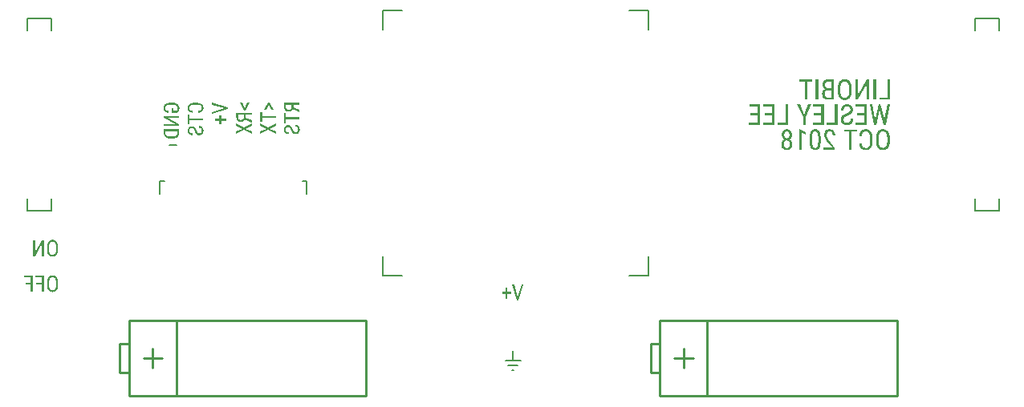
<source format=gbo>
G04*
G04 #@! TF.GenerationSoftware,Altium Limited,Altium Designer,18.0.7 (293)*
G04*
G04 Layer_Color=32896*
%FSLAX25Y25*%
%MOIN*%
G70*
G01*
G75*
%ADD10C,0.00984*%
%ADD12C,0.00591*%
%ADD15C,0.00787*%
G36*
X105444Y139568D02*
X104804D01*
X103151Y142717D01*
X103987D01*
X105109Y140345D01*
X106260Y142717D01*
X107097D01*
X105444Y139568D01*
D02*
G37*
G36*
X107953Y137698D02*
X105375D01*
Y136576D01*
X107953Y135445D01*
Y134589D01*
X107904D01*
X105198Y135819D01*
X105099Y135651D01*
X105001Y135504D01*
X104893Y135376D01*
X104784Y135268D01*
X104686Y135189D01*
X104607Y135130D01*
X104558Y135090D01*
X104538Y135081D01*
X104371Y134992D01*
X104194Y134933D01*
X104017Y134884D01*
X103859Y134854D01*
X103712Y134835D01*
X103603Y134825D01*
X103564D01*
X103535D01*
X103515D01*
X103505D01*
X103338Y134835D01*
X103171Y134845D01*
X103023Y134864D01*
X102885Y134904D01*
X102757Y134933D01*
X102639Y134973D01*
X102541Y135022D01*
X102442Y135061D01*
X102354Y135110D01*
X102285Y135150D01*
X102216Y135199D01*
X102167Y135228D01*
X102128Y135258D01*
X102098Y135287D01*
X102088Y135297D01*
X102078Y135307D01*
X101990Y135396D01*
X101911Y135504D01*
X101852Y135612D01*
X101793Y135730D01*
X101704Y135957D01*
X101645Y136183D01*
X101616Y136389D01*
X101596Y136478D01*
Y136557D01*
X101586Y136626D01*
Y138505D01*
X107953D01*
Y137698D01*
D02*
G37*
G36*
Y133191D02*
X105473Y131961D01*
X107953Y130741D01*
Y129787D01*
X104745Y131479D01*
X101586Y129826D01*
Y130761D01*
X104027Y131961D01*
X101586Y133172D01*
Y134107D01*
X104745Y132434D01*
X107953Y134136D01*
Y133191D01*
D02*
G37*
G36*
X218888Y60630D02*
X218190D01*
X216202Y66996D01*
X217088D01*
X218544Y61850D01*
X219990Y66996D01*
X220866D01*
X218888Y60630D01*
D02*
G37*
G36*
X214205Y64044D02*
X215651D01*
Y63277D01*
X214205D01*
Y61260D01*
X213427D01*
Y63277D01*
X211981D01*
Y64044D01*
X213427D01*
Y65894D01*
X214205D01*
Y64044D01*
D02*
G37*
G36*
X364385Y143995D02*
X363310D01*
Y150528D01*
X359911Y143995D01*
X358836D01*
Y152483D01*
X359898D01*
Y145910D01*
X363310Y152483D01*
X364385D01*
Y143995D01*
D02*
G37*
G36*
X373031D02*
X368623D01*
Y144913D01*
X371956D01*
Y152483D01*
X373031D01*
Y143995D01*
D02*
G37*
G36*
X367311D02*
X366248D01*
Y152483D01*
X367311D01*
Y143995D01*
D02*
G37*
G36*
X349835D02*
X347329D01*
X347119Y144008D01*
X346923Y144021D01*
X346568Y144100D01*
X346398Y144139D01*
X346254Y144205D01*
X346122Y144257D01*
X346004Y144323D01*
X345899Y144375D01*
X345808Y144441D01*
X345729Y144493D01*
X345663Y144533D01*
X345611Y144585D01*
X345571Y144611D01*
X345558Y144624D01*
X345545Y144638D01*
X345440Y144769D01*
X345335Y144900D01*
X345178Y145202D01*
X345073Y145490D01*
X344994Y145779D01*
X344942Y146041D01*
X344929Y146146D01*
Y146251D01*
X344915Y146330D01*
Y146382D01*
Y146422D01*
Y146435D01*
X344929Y146711D01*
X344968Y146960D01*
X345020Y147183D01*
X345086Y147366D01*
X345151Y147524D01*
X345204Y147642D01*
X345243Y147708D01*
X345256Y147734D01*
X345388Y147917D01*
X345545Y148075D01*
X345703Y148206D01*
X345847Y148298D01*
X345978Y148377D01*
X346096Y148416D01*
X346162Y148442D01*
X346175Y148455D01*
X346188D01*
X346004Y148560D01*
X345847Y148679D01*
X345716Y148797D01*
X345598Y148915D01*
X345506Y149006D01*
X345440Y149085D01*
X345401Y149151D01*
X345388Y149164D01*
X345283Y149348D01*
X345217Y149518D01*
X345165Y149702D01*
X345125Y149859D01*
X345099Y150004D01*
X345086Y150109D01*
Y150187D01*
Y150214D01*
Y150423D01*
X345112Y150607D01*
X345138Y150791D01*
X345178Y150948D01*
X345217Y151106D01*
X345270Y151250D01*
X345322Y151368D01*
X345374Y151486D01*
X345440Y151578D01*
X345493Y151670D01*
X345545Y151735D01*
X345585Y151801D01*
X345624Y151840D01*
X345650Y151880D01*
X345663Y151906D01*
X345676D01*
X345794Y152011D01*
X345913Y152103D01*
X346188Y152234D01*
X346477Y152339D01*
X346752Y152418D01*
X347014Y152457D01*
X347119Y152470D01*
X347224D01*
X347303Y152483D01*
X349835D01*
Y143995D01*
D02*
G37*
G36*
X343275Y143995D02*
X342213D01*
Y152483D01*
X343275D01*
Y143995D01*
D02*
G37*
G36*
X340914Y151565D02*
X338683D01*
Y143995D01*
X337621D01*
Y151565D01*
X335390D01*
Y152483D01*
X340914D01*
Y151565D01*
D02*
G37*
G36*
X354572Y152588D02*
X354795Y152562D01*
X355018Y152509D01*
X355228Y152444D01*
X355411Y152378D01*
X355582Y152300D01*
X355739Y152208D01*
X355884Y152116D01*
X356015Y152024D01*
X356120Y151932D01*
X356212Y151854D01*
X356290Y151788D01*
X356356Y151722D01*
X356395Y151670D01*
X356422Y151644D01*
X356435Y151630D01*
X356566Y151447D01*
X356684Y151237D01*
X356776Y151027D01*
X356868Y150804D01*
X356933Y150581D01*
X356999Y150358D01*
X357091Y149938D01*
X357117Y149741D01*
X357143Y149557D01*
X357156Y149387D01*
X357169Y149243D01*
X357183Y149125D01*
Y149046D01*
Y148980D01*
Y148967D01*
Y147366D01*
X357169Y147065D01*
X357143Y146776D01*
X357104Y146514D01*
X357051Y146264D01*
X356986Y146028D01*
X356920Y145818D01*
X356855Y145622D01*
X356776Y145451D01*
X356710Y145293D01*
X356631Y145162D01*
X356566Y145044D01*
X356513Y144952D01*
X356461Y144874D01*
X356422Y144821D01*
X356409Y144795D01*
X356395Y144782D01*
X356251Y144624D01*
X356094Y144480D01*
X355923Y144362D01*
X355752Y144257D01*
X355582Y144165D01*
X355398Y144100D01*
X355241Y144034D01*
X355070Y143995D01*
X354913Y143955D01*
X354782Y143929D01*
X354650Y143903D01*
X354532Y143890D01*
X354454Y143877D01*
X354322D01*
X354073Y143890D01*
X353837Y143916D01*
X353627Y143968D01*
X353417Y144021D01*
X353233Y144087D01*
X353063Y144165D01*
X352905Y144257D01*
X352761Y144349D01*
X352630Y144428D01*
X352525Y144519D01*
X352433Y144598D01*
X352354Y144664D01*
X352302Y144716D01*
X352262Y144769D01*
X352236Y144795D01*
X352223Y144808D01*
X352092Y144992D01*
X351974Y145189D01*
X351882Y145412D01*
X351790Y145622D01*
X351712Y145845D01*
X351659Y146068D01*
X351567Y146501D01*
X351541Y146697D01*
X351515Y146881D01*
X351502Y147052D01*
X351488Y147196D01*
X351475Y147314D01*
Y147406D01*
Y147471D01*
Y147485D01*
Y149033D01*
X351488Y149348D01*
X351515Y149636D01*
X351554Y149912D01*
X351593Y150174D01*
X351659Y150410D01*
X351725Y150620D01*
X351790Y150817D01*
X351856Y151001D01*
X351935Y151158D01*
X352000Y151289D01*
X352066Y151407D01*
X352118Y151499D01*
X352171Y151578D01*
X352210Y151630D01*
X352223Y151657D01*
X352236Y151670D01*
X352381Y151840D01*
X352538Y151972D01*
X352709Y152103D01*
X352879Y152208D01*
X353050Y152300D01*
X353220Y152378D01*
X353391Y152431D01*
X353561Y152483D01*
X353719Y152523D01*
X353863Y152549D01*
X353994Y152575D01*
X354099Y152588D01*
X354191Y152601D01*
X354322D01*
X354572Y152588D01*
D02*
G37*
G36*
X338054Y136734D02*
Y133572D01*
X336991D01*
Y136734D01*
X334577Y142061D01*
X335784D01*
X337516Y137797D01*
X339261Y142061D01*
X340468D01*
X338054Y136734D01*
D02*
G37*
G36*
X371352Y133572D02*
X370381D01*
X368912Y139752D01*
X368820Y140250D01*
X368728Y139752D01*
X367311Y133572D01*
X366353D01*
X364661Y142061D01*
X365737D01*
X366773Y136249D01*
X366891Y135265D01*
X367062Y136130D01*
X368374Y142061D01*
X369266D01*
X370631Y136130D01*
X370801Y135291D01*
X370906Y136235D01*
X371969Y142061D01*
X373031D01*
X371352Y133572D01*
D02*
G37*
G36*
X363441D02*
X358875D01*
Y134491D01*
X362365D01*
Y137495D01*
X359374D01*
Y138413D01*
X362365D01*
Y141142D01*
X358927D01*
Y142061D01*
X363441D01*
Y133572D01*
D02*
G37*
G36*
X351331D02*
X346923D01*
Y134491D01*
X350255D01*
Y142061D01*
X351331D01*
Y133572D01*
D02*
G37*
G36*
X345663D02*
X341097Y133572D01*
Y134491D01*
X344587Y134491D01*
Y137495D01*
X341596Y137495D01*
Y138413D01*
X344587Y138413D01*
Y141142D01*
X341150Y141142D01*
Y142061D01*
X345663Y142061D01*
Y133572D01*
D02*
G37*
G36*
X330746Y133572D02*
X326337D01*
Y134491D01*
X329670D01*
Y142061D01*
X330746D01*
Y133572D01*
D02*
G37*
G36*
X325078D02*
X320512D01*
Y134491D01*
X324002D01*
Y137495D01*
X321011D01*
Y138413D01*
X324002D01*
Y141142D01*
X320565D01*
Y142061D01*
X325078D01*
Y133572D01*
D02*
G37*
G36*
X319148D02*
X314582D01*
Y134491D01*
X318072D01*
Y137495D01*
X315080D01*
Y138413D01*
X318072D01*
Y141142D01*
X314634D01*
Y142061D01*
X319148D01*
Y133572D01*
D02*
G37*
G36*
X355464Y142166D02*
X355661Y142153D01*
X356002Y142074D01*
X356304Y141969D01*
X356566Y141851D01*
X356671Y141785D01*
X356763Y141733D01*
X356841Y141680D01*
X356920Y141628D01*
X356973Y141588D01*
X357012Y141549D01*
X357025Y141536D01*
X357038Y141523D01*
X357156Y141392D01*
X357261Y141260D01*
X357353Y141129D01*
X357419Y140985D01*
X357550Y140709D01*
X357629Y140447D01*
X357668Y140211D01*
X357681Y140106D01*
X357694Y140027D01*
X357707Y139948D01*
Y139896D01*
Y139870D01*
Y139857D01*
X357694Y139647D01*
X357668Y139450D01*
X357629Y139279D01*
X357589Y139122D01*
X357550Y138991D01*
X357510Y138899D01*
X357484Y138846D01*
X357471Y138820D01*
X357366Y138663D01*
X357261Y138505D01*
X357143Y138374D01*
X357025Y138256D01*
X356920Y138151D01*
X356841Y138085D01*
X356789Y138033D01*
X356763Y138020D01*
X356566Y137889D01*
X356356Y137770D01*
X356120Y137652D01*
X355897Y137548D01*
X355700Y137456D01*
X355621Y137429D01*
X355542Y137390D01*
X355477Y137377D01*
X355438Y137351D01*
X355411Y137338D01*
X355398D01*
X355241Y137285D01*
X355083Y137220D01*
X354821Y137101D01*
X354611Y136996D01*
X354440Y136891D01*
X354309Y136813D01*
X354217Y136734D01*
X354165Y136695D01*
X354152Y136681D01*
X354034Y136550D01*
X353942Y136393D01*
X353889Y136235D01*
X353837Y136078D01*
X353811Y135934D01*
X353798Y135816D01*
Y135737D01*
Y135724D01*
Y135711D01*
X353811Y135488D01*
X353850Y135291D01*
X353916Y135133D01*
X353981Y134989D01*
X354047Y134871D01*
X354113Y134792D01*
X354152Y134740D01*
X354165Y134727D01*
X354309Y134609D01*
X354480Y134517D01*
X354650Y134464D01*
X354821Y134412D01*
X354978Y134386D01*
X355097Y134372D01*
X355215D01*
X355490Y134386D01*
X355726Y134438D01*
X355936Y134504D01*
X356107Y134596D01*
X356238Y134674D01*
X356343Y134740D01*
X356395Y134792D01*
X356422Y134805D01*
X356566Y134989D01*
X356671Y135173D01*
X356750Y135383D01*
X356802Y135580D01*
X356828Y135750D01*
X356841Y135894D01*
X356855Y135947D01*
Y135986D01*
Y136012D01*
Y136026D01*
X357930D01*
X357917Y135750D01*
X357878Y135488D01*
X357812Y135265D01*
X357747Y135068D01*
X357694Y134897D01*
X357629Y134779D01*
X357589Y134700D01*
X357576Y134687D01*
Y134674D01*
X357432Y134464D01*
X357261Y134294D01*
X357104Y134136D01*
X356946Y134005D01*
X356802Y133900D01*
X356697Y133835D01*
X356618Y133782D01*
X356605Y133769D01*
X356592D01*
X356356Y133664D01*
X356107Y133585D01*
X355884Y133533D01*
X355661Y133493D01*
X355490Y133467D01*
X355346Y133454D01*
X355215D01*
X355005Y133467D01*
X354808Y133480D01*
X354440Y133546D01*
X354126Y133651D01*
X353994Y133703D01*
X353863Y133769D01*
X353758Y133821D01*
X353666Y133874D01*
X353574Y133926D01*
X353509Y133979D01*
X353456Y134018D01*
X353417Y134044D01*
X353404Y134071D01*
X353391D01*
X353273Y134189D01*
X353168Y134320D01*
X353076Y134451D01*
X352997Y134596D01*
X352879Y134871D01*
X352800Y135133D01*
X352761Y135370D01*
X352748Y135461D01*
X352735Y135553D01*
X352722Y135619D01*
Y135684D01*
Y135711D01*
Y135724D01*
X352748Y136078D01*
X352800Y136393D01*
X352892Y136655D01*
X352984Y136891D01*
X353089Y137075D01*
X353181Y137206D01*
X353207Y137246D01*
X353233Y137285D01*
X353260Y137298D01*
Y137311D01*
X353365Y137416D01*
X353496Y137534D01*
X353771Y137731D01*
X354060Y137902D01*
X354362Y138046D01*
X354624Y138164D01*
X354742Y138217D01*
X354847Y138256D01*
X354939Y138295D01*
X355005Y138322D01*
X355044Y138335D01*
X355057D01*
X355333Y138440D01*
X355582Y138558D01*
X355792Y138663D01*
X355949Y138754D01*
X356081Y138846D01*
X356172Y138912D01*
X356238Y138964D01*
X356251Y138978D01*
X356382Y139122D01*
X356474Y139279D01*
X356540Y139424D01*
X356579Y139568D01*
X356605Y139699D01*
X356631Y139791D01*
Y139857D01*
Y139883D01*
X356618Y140106D01*
X356579Y140316D01*
X356513Y140486D01*
X356448Y140631D01*
X356395Y140749D01*
X356330Y140828D01*
X356290Y140880D01*
X356277Y140893D01*
X356133Y141011D01*
X355976Y141103D01*
X355805Y141169D01*
X355634Y141221D01*
X355490Y141247D01*
X355372Y141260D01*
X355267D01*
X355018Y141247D01*
X354795Y141195D01*
X354611Y141129D01*
X354454Y141051D01*
X354335Y140959D01*
X354244Y140893D01*
X354191Y140841D01*
X354178Y140828D01*
X354047Y140657D01*
X353955Y140460D01*
X353889Y140250D01*
X353850Y140053D01*
X353811Y139883D01*
X353798Y139739D01*
Y139686D01*
Y139647D01*
Y139620D01*
Y139607D01*
X352735D01*
X352748Y139870D01*
X352787Y140106D01*
X352840Y140329D01*
X352892Y140526D01*
X352945Y140683D01*
X352997Y140801D01*
X353037Y140880D01*
X353050Y140906D01*
X353181Y141116D01*
X353325Y141313D01*
X353470Y141470D01*
X353614Y141602D01*
X353745Y141707D01*
X353850Y141772D01*
X353916Y141825D01*
X353929Y141838D01*
X353942D01*
X354165Y141956D01*
X354388Y142034D01*
X354611Y142100D01*
X354821Y142139D01*
X355005Y142166D01*
X355136Y142179D01*
X355267D01*
X355464Y142166D01*
D02*
G37*
G36*
X338158Y130523D02*
Y129539D01*
X336374Y130326D01*
Y123150D01*
X335338D01*
Y131678D01*
X335508D01*
X338158Y130523D01*
D02*
G37*
G36*
X348143Y131743D02*
X348340Y131730D01*
X348681Y131638D01*
X348983Y131520D01*
X349232Y131389D01*
X349337Y131323D01*
X349429Y131258D01*
X349507Y131192D01*
X349573Y131140D01*
X349625Y131087D01*
X349665Y131048D01*
X349678Y131035D01*
X349691Y131022D01*
X349809Y130877D01*
X349901Y130733D01*
X349993Y130576D01*
X350058Y130418D01*
X350177Y130103D01*
X350255Y129801D01*
X350281Y129670D01*
X350294Y129539D01*
X350308Y129421D01*
X350321Y129329D01*
X350334Y129250D01*
Y129185D01*
Y129145D01*
Y129132D01*
X349297D01*
X349284Y129434D01*
X349245Y129683D01*
X349179Y129906D01*
X349114Y130090D01*
X349061Y130234D01*
X348996Y130339D01*
X348956Y130392D01*
X348943Y130418D01*
X348799Y130562D01*
X348641Y130681D01*
X348471Y130759D01*
X348313Y130812D01*
X348169Y130838D01*
X348051Y130864D01*
X347946D01*
X347762Y130851D01*
X347605Y130798D01*
X347461Y130733D01*
X347342Y130654D01*
X347251Y130576D01*
X347172Y130510D01*
X347133Y130457D01*
X347119Y130444D01*
X347014Y130274D01*
X346936Y130090D01*
X346883Y129906D01*
X346844Y129736D01*
X346818Y129578D01*
X346805Y129460D01*
Y129408D01*
Y129368D01*
Y129355D01*
Y129342D01*
X346818Y129145D01*
X346831Y128962D01*
X346870Y128791D01*
X346910Y128647D01*
X346949Y128516D01*
X346975Y128411D01*
X347001Y128358D01*
X347014Y128332D01*
X347106Y128148D01*
X347224Y127938D01*
X347342Y127742D01*
X347474Y127558D01*
X347592Y127387D01*
X347684Y127243D01*
X347723Y127190D01*
X347749Y127164D01*
X347762Y127138D01*
X347776Y127125D01*
X350203Y123924D01*
Y123150D01*
X345453D01*
Y124029D01*
X348969D01*
X347080Y126495D01*
X346844Y126810D01*
X346647Y127112D01*
X346477Y127414D01*
X346319Y127689D01*
X346188Y127952D01*
X346083Y128188D01*
X346004Y128424D01*
X345926Y128634D01*
X345873Y128817D01*
X345834Y128988D01*
X345808Y129132D01*
X345794Y129250D01*
X345781Y129342D01*
X345768Y129421D01*
Y129460D01*
Y129473D01*
Y129657D01*
X345794Y129841D01*
X345860Y130169D01*
X345952Y130457D01*
X346057Y130694D01*
X346175Y130877D01*
X346227Y130956D01*
X346267Y131009D01*
X346306Y131061D01*
X346332Y131100D01*
X346345Y131113D01*
X346358Y131126D01*
X346477Y131231D01*
X346595Y131336D01*
X346844Y131494D01*
X347119Y131599D01*
X347369Y131678D01*
X347592Y131730D01*
X347697Y131743D01*
X347776D01*
X347854Y131756D01*
X347946D01*
X348143Y131743D01*
D02*
G37*
G36*
X363244D02*
X363467Y131717D01*
X363690Y131665D01*
X363887Y131599D01*
X364084Y131533D01*
X364254Y131455D01*
X364412Y131363D01*
X364556Y131271D01*
X364674Y131179D01*
X364792Y131087D01*
X364884Y131009D01*
X364963Y130943D01*
X365028Y130877D01*
X365068Y130825D01*
X365094Y130798D01*
X365107Y130785D01*
X365238Y130602D01*
X365356Y130405D01*
X365461Y130195D01*
X365540Y129972D01*
X365619Y129762D01*
X365684Y129539D01*
X365776Y129119D01*
X365802Y128922D01*
X365829Y128752D01*
X365842Y128581D01*
X365855Y128450D01*
X365868Y128332D01*
Y128253D01*
Y128188D01*
Y128174D01*
Y126626D01*
X365855Y126325D01*
X365842Y126036D01*
X365802Y125774D01*
X365750Y125524D01*
X365697Y125288D01*
X365632Y125065D01*
X365566Y124868D01*
X365488Y124698D01*
X365422Y124540D01*
X365356Y124396D01*
X365291Y124278D01*
X365238Y124186D01*
X365186Y124107D01*
X365146Y124042D01*
X365133Y124015D01*
X365120Y124002D01*
X364976Y123832D01*
X364818Y123688D01*
X364648Y123556D01*
X364490Y123438D01*
X364320Y123346D01*
X364149Y123268D01*
X363979Y123202D01*
X363821Y123150D01*
X363677Y123110D01*
X363533Y123084D01*
X363401Y123058D01*
X363297Y123045D01*
X363205D01*
X363139Y123031D01*
X363087D01*
X362850Y123045D01*
X362641Y123058D01*
X362444Y123097D01*
X362247Y123150D01*
X362076Y123202D01*
X361919Y123255D01*
X361761Y123320D01*
X361630Y123399D01*
X361525Y123465D01*
X361420Y123530D01*
X361329Y123582D01*
X361263Y123635D01*
X361197Y123688D01*
X361158Y123727D01*
X361145Y123740D01*
X361132Y123753D01*
X361000Y123897D01*
X360895Y124055D01*
X360790Y124212D01*
X360712Y124383D01*
X360581Y124737D01*
X360476Y125065D01*
X360449Y125223D01*
X360410Y125367D01*
X360397Y125498D01*
X360384Y125616D01*
X360371Y125708D01*
X360358Y125774D01*
Y125826D01*
Y125839D01*
X361433D01*
X361460Y125642D01*
X361473Y125472D01*
X361512Y125314D01*
X361538Y125157D01*
X361578Y125026D01*
X361617Y124908D01*
X361696Y124698D01*
X361774Y124540D01*
X361827Y124435D01*
X361879Y124383D01*
X361893Y124357D01*
X362050Y124225D01*
X362234Y124120D01*
X362431Y124055D01*
X362627Y124002D01*
X362811Y123976D01*
X362968Y123963D01*
X363021Y123950D01*
X363100D01*
X363244Y123963D01*
X363388Y123976D01*
X363651Y124055D01*
X363861Y124160D01*
X364044Y124291D01*
X364176Y124422D01*
X364281Y124527D01*
X364333Y124606D01*
X364359Y124619D01*
Y124632D01*
X364438Y124763D01*
X364504Y124908D01*
X364609Y125223D01*
X364687Y125550D01*
X364740Y125879D01*
X364753Y126023D01*
X364766Y126154D01*
X364779Y126285D01*
Y126390D01*
X364792Y126482D01*
Y126548D01*
Y126587D01*
Y126600D01*
Y128161D01*
Y128398D01*
X364766Y128621D01*
X364753Y128831D01*
X364713Y129027D01*
X364687Y129211D01*
X364648Y129368D01*
X364609Y129513D01*
X364556Y129657D01*
X364517Y129775D01*
X364477Y129867D01*
X364438Y129959D01*
X364399Y130025D01*
X364372Y130090D01*
X364346Y130129D01*
X364333Y130142D01*
Y130156D01*
X364241Y130274D01*
X364136Y130379D01*
X364031Y130471D01*
X363926Y130549D01*
X363703Y130667D01*
X363480Y130759D01*
X363297Y130798D01*
X363139Y130825D01*
X363073Y130838D01*
X362995D01*
X362732Y130825D01*
X362509Y130772D01*
X362313Y130694D01*
X362155Y130615D01*
X362037Y130536D01*
X361945Y130457D01*
X361893Y130405D01*
X361879Y130392D01*
X361814Y130300D01*
X361748Y130195D01*
X361656Y129972D01*
X361578Y129723D01*
X361512Y129487D01*
X361473Y129263D01*
X361460Y129158D01*
X361446Y129080D01*
Y129014D01*
X361433Y128949D01*
Y128922D01*
Y128909D01*
X360358D01*
X360371Y129158D01*
X360410Y129395D01*
X360449Y129605D01*
X360489Y129815D01*
X360554Y129998D01*
X360607Y130169D01*
X360672Y130326D01*
X360738Y130471D01*
X360804Y130602D01*
X360869Y130707D01*
X360935Y130798D01*
X360987Y130877D01*
X361027Y130930D01*
X361066Y130969D01*
X361079Y130995D01*
X361092Y131009D01*
X361224Y131140D01*
X361368Y131258D01*
X361512Y131350D01*
X361670Y131441D01*
X361827Y131520D01*
X361984Y131573D01*
X362299Y131665D01*
X362575Y131717D01*
X362693Y131730D01*
X362785Y131743D01*
X362877Y131756D01*
X362995D01*
X363244Y131743D01*
D02*
G37*
G36*
X359478Y130720D02*
X357248D01*
Y123150D01*
X356185D01*
Y130720D01*
X353955D01*
Y131638D01*
X359478D01*
Y130720D01*
D02*
G37*
G36*
X370421Y131743D02*
X370644Y131717D01*
X370867Y131665D01*
X371077Y131599D01*
X371260Y131533D01*
X371431Y131455D01*
X371588Y131363D01*
X371733Y131271D01*
X371864Y131179D01*
X371969Y131087D01*
X372061Y131009D01*
X372139Y130943D01*
X372205Y130877D01*
X372244Y130825D01*
X372270Y130798D01*
X372284Y130785D01*
X372415Y130602D01*
X372533Y130392D01*
X372625Y130182D01*
X372717Y129959D01*
X372782Y129736D01*
X372848Y129513D01*
X372940Y129093D01*
X372966Y128896D01*
X372992Y128712D01*
X373005Y128542D01*
X373018Y128398D01*
X373031Y128279D01*
Y128201D01*
Y128135D01*
Y128122D01*
Y126521D01*
X373018Y126220D01*
X372992Y125931D01*
X372953Y125669D01*
X372900Y125419D01*
X372835Y125183D01*
X372769Y124973D01*
X372704Y124776D01*
X372625Y124606D01*
X372559Y124449D01*
X372481Y124317D01*
X372415Y124199D01*
X372362Y124107D01*
X372310Y124029D01*
X372270Y123976D01*
X372257Y123950D01*
X372244Y123937D01*
X372100Y123779D01*
X371942Y123635D01*
X371772Y123517D01*
X371601Y123412D01*
X371431Y123320D01*
X371247Y123255D01*
X371090Y123189D01*
X370919Y123150D01*
X370762Y123110D01*
X370631Y123084D01*
X370499Y123058D01*
X370381Y123045D01*
X370303Y123031D01*
X370171D01*
X369922Y123045D01*
X369686Y123071D01*
X369476Y123123D01*
X369266Y123176D01*
X369082Y123241D01*
X368912Y123320D01*
X368754Y123412D01*
X368610Y123504D01*
X368479Y123582D01*
X368374Y123674D01*
X368282Y123753D01*
X368203Y123819D01*
X368151Y123871D01*
X368111Y123924D01*
X368085Y123950D01*
X368072Y123963D01*
X367941Y124147D01*
X367823Y124344D01*
X367731Y124566D01*
X367639Y124776D01*
X367561Y124999D01*
X367508Y125223D01*
X367416Y125655D01*
X367390Y125852D01*
X367364Y126036D01*
X367351Y126207D01*
X367337Y126351D01*
X367324Y126469D01*
Y126561D01*
Y126626D01*
Y126639D01*
Y128188D01*
X367337Y128503D01*
X367364Y128791D01*
X367403Y129067D01*
X367442Y129329D01*
X367508Y129565D01*
X367574Y129775D01*
X367639Y129972D01*
X367705Y130156D01*
X367783Y130313D01*
X367849Y130444D01*
X367915Y130562D01*
X367967Y130654D01*
X368020Y130733D01*
X368059Y130785D01*
X368072Y130812D01*
X368085Y130825D01*
X368230Y130995D01*
X368387Y131126D01*
X368558Y131258D01*
X368728Y131363D01*
X368899Y131455D01*
X369069Y131533D01*
X369240Y131586D01*
X369410Y131638D01*
X369568Y131678D01*
X369712Y131704D01*
X369843Y131730D01*
X369948Y131743D01*
X370040Y131756D01*
X370171D01*
X370421Y131743D01*
D02*
G37*
G36*
X342265Y131743D02*
X342462Y131717D01*
X342646Y131678D01*
X342803Y131612D01*
X342961Y131546D01*
X343105Y131468D01*
X343223Y131389D01*
X343341Y131297D01*
X343446Y131218D01*
X343525Y131126D01*
X343603Y131048D01*
X343656Y130982D01*
X343708Y130917D01*
X343735Y130877D01*
X343748Y130851D01*
X343761Y130838D01*
X343853Y130654D01*
X343945Y130457D01*
X344010Y130234D01*
X344076Y130011D01*
X344181Y129552D01*
X344246Y129106D01*
X344259Y128896D01*
X344286Y128699D01*
X344299Y128516D01*
Y128358D01*
X344312Y128240D01*
Y128135D01*
Y128083D01*
Y128056D01*
Y126600D01*
X344299Y126272D01*
X344286Y125970D01*
X344259Y125695D01*
X344220Y125432D01*
X344167Y125183D01*
X344128Y124973D01*
X344076Y124776D01*
X344023Y124593D01*
X343971Y124435D01*
X343918Y124304D01*
X343866Y124186D01*
X343826Y124094D01*
X343787Y124015D01*
X343761Y123963D01*
X343735Y123937D01*
Y123924D01*
X343617Y123766D01*
X343498Y123635D01*
X343367Y123517D01*
X343236Y123412D01*
X343092Y123320D01*
X342947Y123255D01*
X342672Y123150D01*
X342423Y123084D01*
X342318Y123058D01*
X342226Y123045D01*
X342147Y123031D01*
X342042D01*
X341832Y123045D01*
X341622Y123071D01*
X341439Y123110D01*
X341281Y123176D01*
X341124Y123241D01*
X340979Y123320D01*
X340848Y123412D01*
X340743Y123491D01*
X340638Y123582D01*
X340560Y123661D01*
X340481Y123740D01*
X340428Y123806D01*
X340376Y123871D01*
X340350Y123910D01*
X340323Y123937D01*
Y123950D01*
X340231Y124134D01*
X340140Y124344D01*
X340061Y124553D01*
X340008Y124776D01*
X339903Y125249D01*
X339838Y125708D01*
X339812Y125918D01*
X339798Y126115D01*
X339785Y126298D01*
Y126456D01*
X339772Y126574D01*
Y126679D01*
Y126731D01*
Y126758D01*
Y128253D01*
X339785Y128568D01*
X339798Y128870D01*
X339838Y129145D01*
X339877Y129408D01*
X339917Y129644D01*
X339969Y129854D01*
X340022Y130051D01*
X340074Y130221D01*
X340126Y130379D01*
X340179Y130510D01*
X340218Y130628D01*
X340258Y130720D01*
X340297Y130785D01*
X340323Y130838D01*
X340336Y130864D01*
X340350Y130877D01*
X340455Y131035D01*
X340586Y131166D01*
X340717Y131284D01*
X340848Y131389D01*
X340992Y131468D01*
X341137Y131546D01*
X341412Y131651D01*
X341662Y131704D01*
X341767Y131730D01*
X341872Y131743D01*
X341950Y131756D01*
X342055D01*
X342265Y131743D01*
D02*
G37*
G36*
X330431D02*
X330601Y131730D01*
X330903Y131665D01*
X331166Y131560D01*
X331389Y131441D01*
X331559Y131323D01*
X331690Y131231D01*
X331769Y131153D01*
X331782Y131140D01*
X331795Y131126D01*
X331900Y131008D01*
X331979Y130877D01*
X332123Y130589D01*
X332228Y130313D01*
X332294Y130038D01*
X332346Y129801D01*
X332360Y129697D01*
Y129605D01*
X332373Y129526D01*
Y129473D01*
Y129434D01*
Y129421D01*
X332360Y129185D01*
X332333Y128975D01*
X332281Y128778D01*
X332228Y128607D01*
X332189Y128476D01*
X332137Y128371D01*
X332110Y128306D01*
X332097Y128279D01*
X331979Y128109D01*
X331861Y127952D01*
X331743Y127820D01*
X331625Y127715D01*
X331507Y127637D01*
X331428Y127571D01*
X331376Y127532D01*
X331349Y127518D01*
X331546Y127401D01*
X331717Y127269D01*
X331861Y127138D01*
X331992Y127007D01*
X332084Y126876D01*
X332163Y126784D01*
X332202Y126718D01*
X332215Y126692D01*
X332320Y126482D01*
X332399Y126259D01*
X332451Y126049D01*
X332491Y125852D01*
X332517Y125682D01*
X332530Y125550D01*
Y125498D01*
Y125459D01*
Y125446D01*
Y125432D01*
X332517Y125236D01*
X332504Y125039D01*
X332438Y124698D01*
X332333Y124396D01*
X332215Y124147D01*
X332163Y124042D01*
X332110Y123950D01*
X332058Y123871D01*
X332005Y123806D01*
X331966Y123753D01*
X331940Y123714D01*
X331913Y123701D01*
Y123688D01*
X331795Y123569D01*
X331664Y123478D01*
X331533Y123386D01*
X331389Y123307D01*
X331113Y123189D01*
X330851Y123110D01*
X330614Y123071D01*
X330523Y123058D01*
X330431Y123045D01*
X330352Y123031D01*
X330260D01*
X330077Y123045D01*
X329893Y123058D01*
X329578Y123136D01*
X329289Y123241D01*
X329053Y123360D01*
X328870Y123478D01*
X328791Y123530D01*
X328738Y123582D01*
X328686Y123622D01*
X328646Y123661D01*
X328633Y123674D01*
X328620Y123688D01*
X328515Y123819D01*
X328410Y123950D01*
X328253Y124239D01*
X328148Y124527D01*
X328069Y124803D01*
X328017Y125052D01*
X328004Y125157D01*
Y125249D01*
X327991Y125328D01*
Y125380D01*
Y125419D01*
Y125432D01*
X328004Y125682D01*
X328043Y125918D01*
X328096Y126128D01*
X328148Y126312D01*
X328214Y126456D01*
X328266Y126574D01*
X328305Y126639D01*
X328319Y126666D01*
X328450Y126863D01*
X328594Y127033D01*
X328738Y127177D01*
X328870Y127295D01*
X329001Y127401D01*
X329106Y127466D01*
X329171Y127505D01*
X329185Y127518D01*
X329198D01*
X329027Y127637D01*
X328883Y127755D01*
X328751Y127886D01*
X328646Y128004D01*
X328568Y128109D01*
X328502Y128201D01*
X328463Y128253D01*
X328450Y128279D01*
X328358Y128476D01*
X328279Y128673D01*
X328227Y128857D01*
X328201Y129041D01*
X328174Y129198D01*
X328161Y129316D01*
Y129395D01*
Y129408D01*
Y129421D01*
Y129618D01*
X328187Y129801D01*
X328253Y130142D01*
X328345Y130431D01*
X328450Y130680D01*
X328502Y130785D01*
X328555Y130877D01*
X328607Y130943D01*
X328646Y131008D01*
X328686Y131061D01*
X328712Y131100D01*
X328725Y131113D01*
X328738Y131126D01*
X328856Y131231D01*
X328975Y131336D01*
X329224Y131494D01*
X329473Y131599D01*
X329709Y131678D01*
X329932Y131730D01*
X330024Y131743D01*
X330103D01*
X330169Y131756D01*
X330260D01*
X330431Y131743D01*
D02*
G37*
G36*
X127864Y141910D02*
X125286D01*
Y140788D01*
X127864Y139656D01*
Y138800D01*
X127815D01*
X125109Y140030D01*
X125011Y139863D01*
X124912Y139715D01*
X124804Y139587D01*
X124696Y139479D01*
X124597Y139400D01*
X124519Y139341D01*
X124469Y139302D01*
X124450Y139292D01*
X124282Y139204D01*
X124105Y139145D01*
X123928Y139095D01*
X123771Y139066D01*
X123623Y139046D01*
X123515Y139036D01*
X123476D01*
X123446D01*
X123426D01*
X123416D01*
X123249Y139046D01*
X123082Y139056D01*
X122934Y139076D01*
X122797Y139115D01*
X122669Y139145D01*
X122551Y139184D01*
X122452Y139233D01*
X122354Y139272D01*
X122265Y139322D01*
X122196Y139361D01*
X122127Y139410D01*
X122078Y139440D01*
X122039Y139469D01*
X122009Y139499D01*
X122000Y139509D01*
X121990Y139518D01*
X121901Y139607D01*
X121822Y139715D01*
X121763Y139824D01*
X121704Y139942D01*
X121616Y140168D01*
X121557Y140394D01*
X121527Y140601D01*
X121508Y140690D01*
Y140768D01*
X121498Y140837D01*
Y142717D01*
X127864D01*
Y141910D01*
D02*
G37*
G36*
X122187Y136714D02*
X127864D01*
Y135917D01*
X122187D01*
Y134244D01*
X121498D01*
Y138387D01*
X122187D01*
Y136714D01*
D02*
G37*
G36*
X126231Y133605D02*
X126428Y133575D01*
X126595Y133526D01*
X126742Y133477D01*
X126870Y133437D01*
X126959Y133388D01*
X127018Y133359D01*
X127028Y133349D01*
X127038D01*
X127195Y133241D01*
X127323Y133113D01*
X127441Y132995D01*
X127540Y132877D01*
X127618Y132768D01*
X127667Y132690D01*
X127707Y132631D01*
X127717Y132621D01*
Y132611D01*
X127795Y132434D01*
X127854Y132247D01*
X127894Y132080D01*
X127923Y131912D01*
X127943Y131784D01*
X127953Y131676D01*
Y131578D01*
X127943Y131420D01*
X127933Y131273D01*
X127884Y130997D01*
X127805Y130761D01*
X127766Y130663D01*
X127717Y130564D01*
X127677Y130485D01*
X127638Y130417D01*
X127599Y130348D01*
X127559Y130298D01*
X127530Y130259D01*
X127510Y130230D01*
X127490Y130220D01*
Y130210D01*
X127402Y130121D01*
X127303Y130043D01*
X127205Y129974D01*
X127097Y129915D01*
X126890Y129826D01*
X126693Y129767D01*
X126516Y129738D01*
X126447Y129728D01*
X126378Y129718D01*
X126329Y129708D01*
X126280D01*
X126260D01*
X126250D01*
X125985Y129728D01*
X125749Y129767D01*
X125552Y129836D01*
X125375Y129905D01*
X125237Y129984D01*
X125138Y130052D01*
X125109Y130072D01*
X125080Y130092D01*
X125070Y130112D01*
X125060D01*
X124981Y130190D01*
X124892Y130289D01*
X124745Y130495D01*
X124617Y130712D01*
X124509Y130938D01*
X124420Y131135D01*
X124381Y131223D01*
X124351Y131302D01*
X124322Y131371D01*
X124302Y131420D01*
X124292Y131450D01*
Y131460D01*
X124214Y131666D01*
X124125Y131853D01*
X124046Y132011D01*
X123977Y132129D01*
X123908Y132227D01*
X123859Y132296D01*
X123820Y132345D01*
X123810Y132355D01*
X123702Y132453D01*
X123584Y132522D01*
X123476Y132571D01*
X123367Y132601D01*
X123269Y132621D01*
X123200Y132640D01*
X123151D01*
X123131D01*
X122964Y132631D01*
X122806Y132601D01*
X122678Y132552D01*
X122570Y132503D01*
X122482Y132463D01*
X122423Y132414D01*
X122383Y132385D01*
X122373Y132375D01*
X122285Y132266D01*
X122216Y132148D01*
X122167Y132020D01*
X122127Y131893D01*
X122108Y131784D01*
X122098Y131696D01*
Y131617D01*
X122108Y131430D01*
X122147Y131263D01*
X122196Y131125D01*
X122255Y131007D01*
X122324Y130918D01*
X122373Y130850D01*
X122413Y130810D01*
X122423Y130800D01*
X122551Y130702D01*
X122698Y130633D01*
X122856Y130584D01*
X123003Y130554D01*
X123131Y130525D01*
X123239Y130515D01*
X123279D01*
X123308D01*
X123328D01*
X123338D01*
Y129718D01*
X123141Y129728D01*
X122964Y129757D01*
X122797Y129797D01*
X122649Y129836D01*
X122531Y129875D01*
X122442Y129915D01*
X122383Y129944D01*
X122364Y129954D01*
X122206Y130052D01*
X122059Y130161D01*
X121941Y130269D01*
X121842Y130377D01*
X121763Y130476D01*
X121714Y130554D01*
X121675Y130604D01*
X121665Y130613D01*
Y130623D01*
X121576Y130790D01*
X121517Y130958D01*
X121468Y131125D01*
X121439Y131282D01*
X121419Y131420D01*
X121409Y131519D01*
Y131617D01*
X121419Y131765D01*
X121429Y131912D01*
X121488Y132168D01*
X121567Y132394D01*
X121655Y132591D01*
X121704Y132670D01*
X121744Y132739D01*
X121783Y132798D01*
X121822Y132857D01*
X121852Y132896D01*
X121881Y132926D01*
X121891Y132936D01*
X121901Y132945D01*
X122000Y133034D01*
X122098Y133113D01*
X122196Y133182D01*
X122305Y133231D01*
X122511Y133329D01*
X122708Y133388D01*
X122885Y133418D01*
X122964Y133428D01*
X123023Y133437D01*
X123082Y133447D01*
X123121D01*
X123141D01*
X123151D01*
X123308Y133437D01*
X123456Y133418D01*
X123584Y133388D01*
X123702Y133359D01*
X123800Y133329D01*
X123869Y133300D01*
X123908Y133280D01*
X123928Y133270D01*
X124046Y133191D01*
X124164Y133113D01*
X124263Y133024D01*
X124351Y132936D01*
X124430Y132857D01*
X124479Y132798D01*
X124519Y132758D01*
X124528Y132739D01*
X124627Y132591D01*
X124715Y132434D01*
X124804Y132257D01*
X124883Y132089D01*
X124952Y131942D01*
X124971Y131883D01*
X125001Y131824D01*
X125011Y131774D01*
X125030Y131745D01*
X125040Y131725D01*
Y131715D01*
X125080Y131597D01*
X125129Y131479D01*
X125217Y131282D01*
X125296Y131125D01*
X125375Y130997D01*
X125434Y130899D01*
X125493Y130830D01*
X125522Y130790D01*
X125532Y130781D01*
X125630Y130692D01*
X125749Y130623D01*
X125867Y130584D01*
X125985Y130544D01*
X126093Y130525D01*
X126182Y130515D01*
X126241D01*
X126250D01*
X126260D01*
X126428Y130525D01*
X126575Y130554D01*
X126693Y130604D01*
X126802Y130653D01*
X126890Y130702D01*
X126949Y130751D01*
X126988Y130781D01*
X126998Y130790D01*
X127087Y130899D01*
X127156Y131027D01*
X127195Y131155D01*
X127234Y131282D01*
X127254Y131401D01*
X127264Y131489D01*
Y131578D01*
X127254Y131784D01*
X127215Y131961D01*
X127166Y132119D01*
X127097Y132247D01*
X127038Y132345D01*
X126988Y132424D01*
X126949Y132463D01*
X126939Y132483D01*
X126802Y132591D01*
X126664Y132670D01*
X126506Y132729D01*
X126359Y132768D01*
X126231Y132788D01*
X126122Y132798D01*
X126083Y132808D01*
X126054D01*
X126034D01*
X126024D01*
Y133615D01*
X126231Y133605D01*
D02*
G37*
G36*
X21685Y64071D02*
X20824D01*
Y67071D01*
X18538D01*
Y67805D01*
X20824D01*
Y70123D01*
X18149D01*
Y70858D01*
X21685D01*
Y64071D01*
D02*
G37*
G36*
X17100D02*
X16240D01*
Y67071D01*
X13953D01*
Y67805D01*
X16240D01*
Y70123D01*
X13565D01*
Y70858D01*
X17100D01*
Y64071D01*
D02*
G37*
G36*
X25471Y70942D02*
X25650Y70921D01*
X25828Y70879D01*
X25996Y70826D01*
X26143Y70774D01*
X26279Y70711D01*
X26405Y70638D01*
X26520Y70564D01*
X26625Y70491D01*
X26709Y70417D01*
X26783Y70354D01*
X26846Y70302D01*
X26898Y70249D01*
X26930Y70207D01*
X26951Y70187D01*
X26961Y70176D01*
X27066Y70029D01*
X27160Y69861D01*
X27234Y69693D01*
X27307Y69515D01*
X27360Y69337D01*
X27412Y69158D01*
X27486Y68823D01*
X27507Y68665D01*
X27528Y68519D01*
X27538Y68382D01*
X27549Y68267D01*
X27559Y68172D01*
Y68109D01*
Y68057D01*
Y68046D01*
Y66767D01*
X27549Y66526D01*
X27528Y66295D01*
X27496Y66085D01*
X27454Y65886D01*
X27402Y65697D01*
X27349Y65529D01*
X27297Y65372D01*
X27234Y65235D01*
X27181Y65109D01*
X27119Y65004D01*
X27066Y64910D01*
X27024Y64837D01*
X26982Y64774D01*
X26951Y64732D01*
X26940Y64711D01*
X26930Y64700D01*
X26814Y64574D01*
X26688Y64459D01*
X26552Y64364D01*
X26416Y64281D01*
X26279Y64207D01*
X26132Y64155D01*
X26006Y64102D01*
X25870Y64071D01*
X25744Y64039D01*
X25639Y64018D01*
X25534Y63997D01*
X25440Y63987D01*
X25377Y63976D01*
X25272D01*
X25073Y63987D01*
X24884Y64008D01*
X24716Y64050D01*
X24548Y64092D01*
X24402Y64144D01*
X24265Y64207D01*
X24139Y64281D01*
X24024Y64354D01*
X23919Y64417D01*
X23835Y64490D01*
X23762Y64553D01*
X23699Y64606D01*
X23657Y64648D01*
X23625Y64690D01*
X23604Y64711D01*
X23594Y64721D01*
X23489Y64868D01*
X23394Y65025D01*
X23321Y65204D01*
X23248Y65372D01*
X23185Y65550D01*
X23143Y65728D01*
X23069Y66074D01*
X23048Y66232D01*
X23027Y66379D01*
X23017Y66515D01*
X23006Y66630D01*
X22996Y66725D01*
Y66798D01*
Y66851D01*
Y66861D01*
Y68099D01*
X23006Y68351D01*
X23027Y68581D01*
X23059Y68802D01*
X23090Y69012D01*
X23143Y69200D01*
X23195Y69368D01*
X23248Y69526D01*
X23300Y69673D01*
X23363Y69798D01*
X23415Y69903D01*
X23468Y69998D01*
X23510Y70071D01*
X23552Y70134D01*
X23583Y70176D01*
X23594Y70197D01*
X23604Y70207D01*
X23720Y70344D01*
X23846Y70449D01*
X23982Y70554D01*
X24118Y70638D01*
X24255Y70711D01*
X24391Y70774D01*
X24527Y70816D01*
X24664Y70858D01*
X24790Y70889D01*
X24905Y70910D01*
X25010Y70931D01*
X25094Y70942D01*
X25167Y70952D01*
X25272D01*
X25471Y70942D01*
D02*
G37*
G36*
X85483Y142707D02*
X85699Y142697D01*
X85896Y142667D01*
X86083Y142628D01*
X86260Y142589D01*
X86428Y142539D01*
X86575Y142490D01*
X86703Y142431D01*
X86821Y142382D01*
X86929Y142333D01*
X87018Y142284D01*
X87087Y142244D01*
X87146Y142205D01*
X87195Y142175D01*
X87215Y142166D01*
X87225Y142156D01*
X87353Y142047D01*
X87461Y141929D01*
X87559Y141801D01*
X87648Y141683D01*
X87717Y141555D01*
X87776Y141428D01*
X87825Y141300D01*
X87864Y141182D01*
X87894Y141073D01*
X87913Y140965D01*
X87933Y140867D01*
X87943Y140788D01*
Y140719D01*
X87953Y140670D01*
Y140630D01*
X87943Y140453D01*
X87933Y140296D01*
X87904Y140148D01*
X87864Y140001D01*
X87825Y139873D01*
X87786Y139755D01*
X87736Y139637D01*
X87677Y139538D01*
X87628Y139460D01*
X87579Y139381D01*
X87539Y139312D01*
X87500Y139263D01*
X87461Y139214D01*
X87431Y139184D01*
X87421Y139174D01*
X87412Y139164D01*
X87303Y139066D01*
X87185Y138987D01*
X87067Y138909D01*
X86939Y138849D01*
X86674Y138751D01*
X86428Y138672D01*
X86309Y138653D01*
X86201Y138623D01*
X86103Y138613D01*
X86014Y138603D01*
X85945Y138594D01*
X85896Y138584D01*
X85857D01*
X85847D01*
Y139391D01*
X85995Y139410D01*
X86123Y139420D01*
X86241Y139450D01*
X86359Y139469D01*
X86457Y139499D01*
X86546Y139528D01*
X86703Y139587D01*
X86821Y139646D01*
X86900Y139686D01*
X86939Y139725D01*
X86959Y139735D01*
X87057Y139853D01*
X87136Y139991D01*
X87185Y140138D01*
X87225Y140286D01*
X87244Y140424D01*
X87254Y140542D01*
X87264Y140581D01*
Y140640D01*
X87254Y140749D01*
X87244Y140857D01*
X87185Y141054D01*
X87107Y141211D01*
X87008Y141349D01*
X86910Y141447D01*
X86831Y141526D01*
X86772Y141565D01*
X86762Y141585D01*
X86752D01*
X86654Y141644D01*
X86546Y141693D01*
X86309Y141772D01*
X86063Y141831D01*
X85817Y141870D01*
X85709Y141880D01*
X85611Y141890D01*
X85512Y141900D01*
X85434D01*
X85365Y141910D01*
X85316D01*
X85286D01*
X85276D01*
X84105D01*
X83928D01*
X83761Y141890D01*
X83604Y141880D01*
X83456Y141851D01*
X83318Y141831D01*
X83200Y141801D01*
X83092Y141772D01*
X82984Y141733D01*
X82895Y141703D01*
X82826Y141674D01*
X82757Y141644D01*
X82708Y141614D01*
X82659Y141595D01*
X82629Y141575D01*
X82620Y141565D01*
X82610D01*
X82521Y141496D01*
X82442Y141418D01*
X82373Y141339D01*
X82314Y141260D01*
X82226Y141093D01*
X82157Y140926D01*
X82127Y140788D01*
X82108Y140670D01*
X82098Y140621D01*
Y140562D01*
X82108Y140365D01*
X82147Y140198D01*
X82206Y140050D01*
X82265Y139932D01*
X82324Y139843D01*
X82383Y139774D01*
X82423Y139735D01*
X82433Y139725D01*
X82501Y139676D01*
X82580Y139627D01*
X82747Y139558D01*
X82934Y139499D01*
X83112Y139450D01*
X83279Y139420D01*
X83358Y139410D01*
X83416Y139400D01*
X83466D01*
X83515Y139391D01*
X83535D01*
X83544D01*
Y138584D01*
X83358Y138594D01*
X83180Y138623D01*
X83023Y138653D01*
X82866Y138682D01*
X82728Y138731D01*
X82600Y138771D01*
X82482Y138820D01*
X82373Y138869D01*
X82275Y138918D01*
X82196Y138968D01*
X82127Y139017D01*
X82068Y139056D01*
X82029Y139086D01*
X82000Y139115D01*
X81980Y139125D01*
X81970Y139135D01*
X81872Y139233D01*
X81783Y139341D01*
X81714Y139450D01*
X81645Y139568D01*
X81586Y139686D01*
X81547Y139804D01*
X81478Y140040D01*
X81439Y140247D01*
X81429Y140335D01*
X81419Y140404D01*
X81409Y140473D01*
Y140562D01*
X81419Y140749D01*
X81439Y140916D01*
X81478Y141083D01*
X81527Y141231D01*
X81576Y141378D01*
X81635Y141506D01*
X81704Y141624D01*
X81773Y141733D01*
X81842Y141821D01*
X81911Y141910D01*
X81970Y141979D01*
X82019Y142038D01*
X82068Y142087D01*
X82108Y142116D01*
X82127Y142136D01*
X82137Y142146D01*
X82275Y142244D01*
X82423Y142333D01*
X82580Y142411D01*
X82747Y142471D01*
X82905Y142530D01*
X83072Y142579D01*
X83387Y142648D01*
X83535Y142667D01*
X83662Y142687D01*
X83790Y142697D01*
X83889Y142707D01*
X83977Y142717D01*
X84036D01*
X84086D01*
X84096D01*
X85257D01*
X85483Y142707D01*
D02*
G37*
G36*
X82187Y136252D02*
X87864D01*
Y135455D01*
X82187D01*
Y133782D01*
X81498D01*
Y137925D01*
X82187D01*
Y136252D01*
D02*
G37*
G36*
X86231Y133142D02*
X86428Y133113D01*
X86595Y133063D01*
X86742Y133014D01*
X86870Y132975D01*
X86959Y132926D01*
X87018Y132896D01*
X87028Y132886D01*
X87038D01*
X87195Y132778D01*
X87323Y132650D01*
X87441Y132532D01*
X87539Y132414D01*
X87618Y132306D01*
X87667Y132227D01*
X87707Y132168D01*
X87717Y132158D01*
Y132148D01*
X87795Y131971D01*
X87854Y131784D01*
X87894Y131617D01*
X87923Y131450D01*
X87943Y131322D01*
X87953Y131214D01*
Y131115D01*
X87943Y130958D01*
X87933Y130810D01*
X87884Y130535D01*
X87805Y130298D01*
X87766Y130200D01*
X87717Y130102D01*
X87677Y130023D01*
X87638Y129954D01*
X87599Y129885D01*
X87559Y129836D01*
X87530Y129797D01*
X87510Y129767D01*
X87490Y129757D01*
Y129747D01*
X87402Y129659D01*
X87303Y129580D01*
X87205Y129511D01*
X87097Y129452D01*
X86890Y129364D01*
X86693Y129305D01*
X86516Y129275D01*
X86447Y129265D01*
X86378Y129255D01*
X86329Y129246D01*
X86280D01*
X86260D01*
X86250D01*
X85985Y129265D01*
X85749Y129305D01*
X85552Y129374D01*
X85375Y129442D01*
X85237Y129521D01*
X85138Y129590D01*
X85109Y129610D01*
X85079Y129629D01*
X85070Y129649D01*
X85060D01*
X84981Y129728D01*
X84892Y129826D01*
X84745Y130033D01*
X84617Y130249D01*
X84509Y130476D01*
X84420Y130672D01*
X84381Y130761D01*
X84351Y130840D01*
X84322Y130909D01*
X84302Y130958D01*
X84292Y130987D01*
Y130997D01*
X84214Y131204D01*
X84125Y131391D01*
X84046Y131548D01*
X83977Y131666D01*
X83908Y131765D01*
X83859Y131834D01*
X83820Y131883D01*
X83810Y131893D01*
X83702Y131991D01*
X83584Y132060D01*
X83476Y132109D01*
X83367Y132139D01*
X83269Y132158D01*
X83200Y132178D01*
X83151D01*
X83131D01*
X82964Y132168D01*
X82806Y132139D01*
X82679Y132089D01*
X82570Y132040D01*
X82482Y132001D01*
X82423Y131952D01*
X82383Y131922D01*
X82373Y131912D01*
X82285Y131804D01*
X82216Y131686D01*
X82167Y131558D01*
X82127Y131430D01*
X82108Y131322D01*
X82098Y131233D01*
Y131155D01*
X82108Y130968D01*
X82147Y130800D01*
X82196Y130663D01*
X82255Y130544D01*
X82324Y130456D01*
X82373Y130387D01*
X82413Y130348D01*
X82423Y130338D01*
X82551Y130239D01*
X82698Y130171D01*
X82856Y130121D01*
X83003Y130092D01*
X83131Y130062D01*
X83239Y130052D01*
X83279D01*
X83308D01*
X83328D01*
X83338D01*
Y129255D01*
X83141Y129265D01*
X82964Y129295D01*
X82797Y129334D01*
X82649Y129374D01*
X82531Y129413D01*
X82442Y129452D01*
X82383Y129482D01*
X82364Y129492D01*
X82206Y129590D01*
X82059Y129698D01*
X81941Y129806D01*
X81842Y129915D01*
X81763Y130013D01*
X81714Y130092D01*
X81675Y130141D01*
X81665Y130151D01*
Y130161D01*
X81576Y130328D01*
X81517Y130495D01*
X81468Y130663D01*
X81439Y130820D01*
X81419Y130958D01*
X81409Y131056D01*
Y131155D01*
X81419Y131302D01*
X81429Y131450D01*
X81488Y131706D01*
X81567Y131932D01*
X81655Y132129D01*
X81704Y132207D01*
X81744Y132276D01*
X81783Y132335D01*
X81822Y132394D01*
X81852Y132434D01*
X81881Y132463D01*
X81891Y132473D01*
X81901Y132483D01*
X82000Y132571D01*
X82098Y132650D01*
X82196Y132719D01*
X82305Y132768D01*
X82511Y132867D01*
X82708Y132926D01*
X82885Y132955D01*
X82964Y132965D01*
X83023Y132975D01*
X83082Y132985D01*
X83121D01*
X83141D01*
X83151D01*
X83308Y132975D01*
X83456Y132955D01*
X83584Y132926D01*
X83702Y132896D01*
X83800Y132867D01*
X83869Y132837D01*
X83908Y132817D01*
X83928Y132808D01*
X84046Y132729D01*
X84164Y132650D01*
X84263Y132562D01*
X84351Y132473D01*
X84430Y132394D01*
X84479Y132335D01*
X84519Y132296D01*
X84528Y132276D01*
X84627Y132129D01*
X84715Y131971D01*
X84804Y131794D01*
X84883Y131627D01*
X84952Y131479D01*
X84971Y131420D01*
X85001Y131361D01*
X85011Y131312D01*
X85030Y131282D01*
X85040Y131263D01*
Y131253D01*
X85079Y131135D01*
X85129Y131017D01*
X85217Y130820D01*
X85296Y130663D01*
X85375Y130535D01*
X85434Y130436D01*
X85493Y130367D01*
X85522Y130328D01*
X85532Y130318D01*
X85631Y130230D01*
X85749Y130161D01*
X85867Y130121D01*
X85985Y130082D01*
X86093Y130062D01*
X86182Y130052D01*
X86241D01*
X86250D01*
X86260D01*
X86428Y130062D01*
X86575Y130092D01*
X86693Y130141D01*
X86801Y130190D01*
X86890Y130239D01*
X86949Y130289D01*
X86988Y130318D01*
X86998Y130328D01*
X87087Y130436D01*
X87156Y130564D01*
X87195Y130692D01*
X87234Y130820D01*
X87254Y130938D01*
X87264Y131027D01*
Y131115D01*
X87254Y131322D01*
X87215Y131499D01*
X87166Y131656D01*
X87097Y131784D01*
X87038Y131883D01*
X86988Y131961D01*
X86949Y132001D01*
X86939Y132020D01*
X86801Y132129D01*
X86664Y132207D01*
X86506Y132266D01*
X86359Y132306D01*
X86231Y132325D01*
X86123Y132335D01*
X86083Y132345D01*
X86054D01*
X86034D01*
X86024D01*
Y133152D01*
X86231Y133142D01*
D02*
G37*
G36*
X117097Y139725D02*
X116241D01*
X115138Y141959D01*
X114017Y139725D01*
X113151D01*
X114804Y142717D01*
X115444D01*
X117097Y139725D01*
D02*
G37*
G36*
X112275Y137137D02*
X117953D01*
Y136340D01*
X112275D01*
Y134667D01*
X111586D01*
Y138810D01*
X112275D01*
Y137137D01*
D02*
G37*
G36*
X117953Y133162D02*
X115473Y131932D01*
X117953Y130712D01*
Y129757D01*
X114745Y131450D01*
X111586Y129797D01*
Y130731D01*
X114027Y131932D01*
X111586Y133142D01*
Y134077D01*
X114745Y132404D01*
X117953Y134107D01*
Y133162D01*
D02*
G37*
G36*
X21685Y78835D02*
X20824D01*
Y84059D01*
X18108Y78835D01*
X17247D01*
Y85622D01*
X18097D01*
Y80366D01*
X20824Y85622D01*
X21685D01*
Y78835D01*
D02*
G37*
G36*
X25471Y85706D02*
X25650Y85685D01*
X25828Y85643D01*
X25996Y85590D01*
X26143Y85538D01*
X26279Y85475D01*
X26405Y85401D01*
X26520Y85328D01*
X26625Y85254D01*
X26709Y85181D01*
X26783Y85118D01*
X26846Y85066D01*
X26898Y85013D01*
X26930Y84971D01*
X26951Y84950D01*
X26961Y84940D01*
X27066Y84793D01*
X27160Y84625D01*
X27234Y84457D01*
X27307Y84279D01*
X27360Y84101D01*
X27412Y83922D01*
X27486Y83587D01*
X27507Y83429D01*
X27528Y83282D01*
X27538Y83146D01*
X27549Y83031D01*
X27559Y82936D01*
Y82873D01*
Y82821D01*
Y82810D01*
Y81530D01*
X27549Y81289D01*
X27528Y81059D01*
X27496Y80849D01*
X27454Y80649D01*
X27402Y80461D01*
X27349Y80293D01*
X27297Y80135D01*
X27234Y79999D01*
X27181Y79873D01*
X27119Y79768D01*
X27066Y79674D01*
X27024Y79600D01*
X26982Y79537D01*
X26951Y79495D01*
X26940Y79475D01*
X26930Y79464D01*
X26814Y79338D01*
X26688Y79223D01*
X26552Y79128D01*
X26416Y79044D01*
X26279Y78971D01*
X26132Y78918D01*
X26006Y78866D01*
X25870Y78835D01*
X25744Y78803D01*
X25639Y78782D01*
X25534Y78761D01*
X25440Y78751D01*
X25377Y78740D01*
X25272D01*
X25073Y78751D01*
X24884Y78772D01*
X24716Y78814D01*
X24548Y78856D01*
X24402Y78908D01*
X24265Y78971D01*
X24139Y79044D01*
X24024Y79118D01*
X23919Y79181D01*
X23835Y79254D01*
X23762Y79317D01*
X23699Y79370D01*
X23657Y79412D01*
X23625Y79453D01*
X23604Y79475D01*
X23594Y79485D01*
X23489Y79632D01*
X23394Y79789D01*
X23321Y79967D01*
X23248Y80135D01*
X23185Y80314D01*
X23143Y80492D01*
X23069Y80838D01*
X23048Y80996D01*
X23027Y81142D01*
X23017Y81279D01*
X23006Y81394D01*
X22996Y81489D01*
Y81562D01*
Y81614D01*
Y81625D01*
Y82863D01*
X23006Y83114D01*
X23027Y83345D01*
X23059Y83566D01*
X23090Y83775D01*
X23143Y83964D01*
X23195Y84132D01*
X23248Y84289D01*
X23300Y84436D01*
X23363Y84562D01*
X23415Y84667D01*
X23468Y84761D01*
X23510Y84835D01*
X23552Y84898D01*
X23583Y84940D01*
X23594Y84961D01*
X23604Y84971D01*
X23720Y85108D01*
X23846Y85212D01*
X23982Y85317D01*
X24118Y85401D01*
X24255Y85475D01*
X24391Y85538D01*
X24527Y85580D01*
X24664Y85622D01*
X24790Y85653D01*
X24905Y85674D01*
X25010Y85695D01*
X25094Y85706D01*
X25167Y85716D01*
X25272D01*
X25471Y85706D01*
D02*
G37*
G36*
X75562Y142707D02*
X75778Y142687D01*
X75975Y142657D01*
X76162Y142618D01*
X76339Y142569D01*
X76496Y142520D01*
X76644Y142471D01*
X76772Y142411D01*
X76890Y142352D01*
X76988Y142303D01*
X77077Y142254D01*
X77146Y142205D01*
X77205Y142175D01*
X77244Y142146D01*
X77264Y142126D01*
X77274Y142116D01*
X77392Y141998D01*
X77500Y141880D01*
X77589Y141742D01*
X77667Y141614D01*
X77736Y141477D01*
X77785Y141339D01*
X77835Y141211D01*
X77864Y141083D01*
X77894Y140965D01*
X77913Y140847D01*
X77933Y140749D01*
X77943Y140660D01*
X77953Y140591D01*
Y140493D01*
X77943Y140286D01*
X77923Y140079D01*
X77884Y139902D01*
X77845Y139725D01*
X77795Y139568D01*
X77736Y139420D01*
X77667Y139292D01*
X77599Y139174D01*
X77539Y139076D01*
X77471Y138977D01*
X77412Y138909D01*
X77362Y138840D01*
X77323Y138790D01*
X77284Y138761D01*
X77264Y138741D01*
X77254Y138731D01*
X77077Y138594D01*
X74696D01*
Y140552D01*
X75384D01*
Y139391D01*
X76851D01*
X76959Y139509D01*
X77057Y139646D01*
X77136Y139804D01*
X77185Y139971D01*
X77225Y140129D01*
X77244Y140266D01*
X77254Y140384D01*
X77264Y140434D01*
Y140493D01*
X77254Y140621D01*
X77244Y140739D01*
X77185Y140945D01*
X77106Y141132D01*
X77008Y141280D01*
X76910Y141398D01*
X76831Y141477D01*
X76772Y141526D01*
X76762Y141546D01*
X76752D01*
X76654Y141605D01*
X76546Y141664D01*
X76310Y141752D01*
X76064Y141821D01*
X75818Y141860D01*
X75709Y141880D01*
X75611Y141890D01*
X75512Y141900D01*
X75434D01*
X75365Y141910D01*
X75316D01*
X75286D01*
X75276D01*
X73977D01*
X73800Y141900D01*
X73633Y141890D01*
X73485Y141880D01*
X73348Y141851D01*
X73210Y141831D01*
X73102Y141801D01*
X72993Y141772D01*
X72895Y141742D01*
X72816Y141713D01*
X72747Y141683D01*
X72688Y141654D01*
X72639Y141634D01*
X72600Y141614D01*
X72570Y141595D01*
X72560Y141585D01*
X72551D01*
X72472Y141516D01*
X72403Y141447D01*
X72285Y141290D01*
X72206Y141122D01*
X72157Y140955D01*
X72118Y140808D01*
X72108Y140739D01*
Y140680D01*
X72098Y140640D01*
Y140571D01*
X72108Y140375D01*
X72147Y140198D01*
X72206Y140050D01*
X72265Y139932D01*
X72324Y139843D01*
X72383Y139774D01*
X72423Y139735D01*
X72433Y139725D01*
X72570Y139627D01*
X72718Y139548D01*
X72875Y139489D01*
X73023Y139450D01*
X73161Y139420D01*
X73269Y139400D01*
X73308D01*
X73338Y139391D01*
X73357D01*
X73367D01*
Y138594D01*
X73190Y138603D01*
X73033Y138633D01*
X72885Y138663D01*
X72738Y138702D01*
X72610Y138751D01*
X72492Y138800D01*
X72383Y138849D01*
X72285Y138899D01*
X72206Y138948D01*
X72127Y138997D01*
X72068Y139046D01*
X72009Y139086D01*
X71970Y139115D01*
X71940Y139145D01*
X71931Y139155D01*
X71921Y139164D01*
X71832Y139263D01*
X71754Y139371D01*
X71685Y139489D01*
X71626Y139597D01*
X71537Y139833D01*
X71468Y140060D01*
X71439Y140266D01*
X71429Y140355D01*
X71419Y140434D01*
X71409Y140493D01*
Y140581D01*
X71419Y140778D01*
X71439Y140955D01*
X71468Y141122D01*
X71517Y141280D01*
X71567Y141428D01*
X71616Y141555D01*
X71685Y141674D01*
X71744Y141782D01*
X71803Y141880D01*
X71862Y141959D01*
X71921Y142028D01*
X71970Y142087D01*
X72019Y142126D01*
X72049Y142156D01*
X72068Y142175D01*
X72078Y142185D01*
X72206Y142274D01*
X72354Y142362D01*
X72511Y142431D01*
X72679Y142490D01*
X73003Y142589D01*
X73328Y142648D01*
X73485Y142667D01*
X73623Y142687D01*
X73751Y142697D01*
X73869Y142707D01*
X73958Y142717D01*
X74027D01*
X74066D01*
X74086D01*
X75335D01*
X75562Y142707D01*
D02*
G37*
G36*
X77864Y136478D02*
X72964D01*
X77864Y133929D01*
Y133123D01*
X71498D01*
Y133920D01*
X76428D01*
X71498Y136478D01*
Y137285D01*
X77864D01*
Y136478D01*
D02*
G37*
G36*
Y130318D02*
X77854Y130102D01*
X77835Y129895D01*
X77805Y129708D01*
X77756Y129531D01*
X77707Y129374D01*
X77648Y129226D01*
X77589Y129088D01*
X77520Y128970D01*
X77461Y128862D01*
X77402Y128763D01*
X77343Y128685D01*
X77293Y128626D01*
X77244Y128577D01*
X77215Y128537D01*
X77195Y128517D01*
X77185Y128508D01*
X77047Y128399D01*
X76900Y128301D01*
X76752Y128212D01*
X76585Y128144D01*
X76428Y128085D01*
X76260Y128035D01*
X75945Y127956D01*
X75798Y127927D01*
X75660Y127907D01*
X75542Y127898D01*
X75434Y127888D01*
X75345Y127878D01*
X75286D01*
X75237D01*
X75227D01*
X74164D01*
X73928Y127888D01*
X73712Y127907D01*
X73515Y127937D01*
X73318Y127976D01*
X73141Y128025D01*
X72984Y128075D01*
X72836Y128134D01*
X72708Y128183D01*
X72590Y128242D01*
X72482Y128301D01*
X72393Y128350D01*
X72324Y128399D01*
X72265Y128439D01*
X72226Y128468D01*
X72206Y128488D01*
X72196Y128498D01*
X72068Y128616D01*
X71970Y128744D01*
X71872Y128882D01*
X71793Y129029D01*
X71724Y129167D01*
X71665Y129314D01*
X71626Y129452D01*
X71586Y129590D01*
X71557Y129718D01*
X71537Y129846D01*
X71517Y129954D01*
X71508Y130043D01*
X71498Y130121D01*
Y131745D01*
X77864D01*
Y130318D01*
D02*
G37*
G36*
X97953Y140739D02*
Y140040D01*
X91586Y138052D01*
Y138938D01*
X96733Y140394D01*
X91586Y141841D01*
Y142717D01*
X97953Y140739D01*
D02*
G37*
G36*
X95306Y136055D02*
X97323D01*
Y135277D01*
X95306D01*
Y133831D01*
X94538D01*
Y135277D01*
X92688D01*
Y136055D01*
X94538D01*
Y137501D01*
X95306D01*
Y136055D01*
D02*
G37*
%LPC*%
G36*
X104686Y137698D02*
X102275D01*
Y136734D01*
X102285Y136537D01*
X102324Y136370D01*
X102393Y136222D01*
X102462Y136094D01*
X102560Y135986D01*
X102669Y135897D01*
X102777Y135819D01*
X102885Y135760D01*
X103003Y135711D01*
X103112Y135681D01*
X103220Y135651D01*
X103308Y135642D01*
X103387Y135632D01*
X103456Y135622D01*
X103495D01*
X103505D01*
X103702Y135632D01*
X103869Y135671D01*
X104017Y135720D01*
X104145Y135769D01*
X104243Y135828D01*
X104312Y135878D01*
X104351Y135917D01*
X104371Y135927D01*
X104479Y136045D01*
X104548Y136173D01*
X104607Y136311D01*
X104647Y136439D01*
X104666Y136547D01*
X104676Y136645D01*
X104686Y136704D01*
Y137698D01*
D02*
G37*
G36*
X348760Y151565D02*
X347408D01*
X347185Y151552D01*
X347001Y151512D01*
X346831Y151460D01*
X346700Y151407D01*
X346608Y151342D01*
X346529Y151289D01*
X346490Y151250D01*
X346477Y151237D01*
X346372Y151106D01*
X346293Y150948D01*
X346240Y150778D01*
X346201Y150620D01*
X346175Y150463D01*
X346162Y150345D01*
Y150292D01*
Y150253D01*
Y150240D01*
Y150227D01*
X346175Y150004D01*
X346214Y149807D01*
X346267Y149636D01*
X346332Y149492D01*
X346398Y149374D01*
X346450Y149295D01*
X346490Y149243D01*
X346503Y149230D01*
X346634Y149111D01*
X346792Y149020D01*
X346936Y148954D01*
X347080Y148915D01*
X347198Y148888D01*
X347303Y148862D01*
X348760D01*
Y151565D01*
D02*
G37*
G36*
Y147970D02*
X347290D01*
X347067Y147957D01*
X346857Y147904D01*
X346687Y147826D01*
X346542Y147734D01*
X346411Y147616D01*
X346306Y147485D01*
X346227Y147340D01*
X346149Y147209D01*
X346096Y147065D01*
X346057Y146920D01*
X346030Y146789D01*
X346017Y146671D01*
X346004Y146579D01*
X345991Y146501D01*
Y146448D01*
Y146435D01*
X346004Y146173D01*
X346044Y145949D01*
X346109Y145753D01*
X346162Y145595D01*
X346227Y145464D01*
X346293Y145385D01*
X346332Y145320D01*
X346345Y145307D01*
X346490Y145175D01*
X346647Y145084D01*
X346805Y145005D01*
X346962Y144966D01*
X347093Y144939D01*
X347198Y144926D01*
X347277Y144913D01*
X348760D01*
Y147970D01*
D02*
G37*
G36*
X354401Y151644D02*
X354322D01*
X354152Y151630D01*
X354008Y151617D01*
X353732Y151539D01*
X353496Y151434D01*
X353312Y151316D01*
X353168Y151184D01*
X353063Y151079D01*
X353010Y151001D01*
X352984Y150988D01*
Y150975D01*
X352905Y150843D01*
X352840Y150699D01*
X352722Y150384D01*
X352643Y150056D01*
X352590Y149728D01*
X352577Y149571D01*
X352564Y149426D01*
X352551Y149295D01*
X352538Y149190D01*
Y149098D01*
Y149033D01*
Y148980D01*
Y148967D01*
Y147380D01*
X352551Y147143D01*
X352564Y146920D01*
X352577Y146724D01*
X352617Y146527D01*
X352643Y146356D01*
X352682Y146199D01*
X352722Y146054D01*
X352761Y145923D01*
X352800Y145818D01*
X352840Y145713D01*
X352879Y145635D01*
X352919Y145569D01*
X352945Y145517D01*
X352971Y145477D01*
X352984Y145464D01*
Y145451D01*
X353076Y145346D01*
X353168Y145241D01*
X353378Y145084D01*
X353601Y144979D01*
X353811Y144900D01*
X354008Y144861D01*
X354099Y144834D01*
X354178D01*
X354230Y144821D01*
X354322D01*
X354480Y144834D01*
X354637Y144847D01*
X354913Y144926D01*
X355136Y145031D01*
X355333Y145162D01*
X355477Y145293D01*
X355582Y145398D01*
X355647Y145477D01*
X355674Y145490D01*
Y145503D01*
X355752Y145635D01*
X355818Y145779D01*
X355936Y146107D01*
X356015Y146435D01*
X356067Y146750D01*
X356081Y146894D01*
X356094Y147038D01*
X356107Y147157D01*
Y147275D01*
X356120Y147366D01*
Y147432D01*
Y147471D01*
Y147485D01*
Y149006D01*
X356107Y149243D01*
X356094Y149466D01*
X356067Y149676D01*
X356041Y149859D01*
X356002Y150043D01*
X355962Y150200D01*
X355923Y150345D01*
X355884Y150476D01*
X355844Y150594D01*
X355805Y150699D01*
X355766Y150778D01*
X355726Y150856D01*
X355700Y150909D01*
X355674Y150948D01*
X355661Y150961D01*
Y150975D01*
X355569Y151093D01*
X355477Y151198D01*
X355372Y151289D01*
X355267Y151368D01*
X355044Y151486D01*
X354821Y151565D01*
X354624Y151604D01*
X354467Y151630D01*
X354401Y151644D01*
D02*
G37*
G36*
X370250Y130798D02*
X370171D01*
X370001Y130785D01*
X369857Y130772D01*
X369581Y130694D01*
X369345Y130589D01*
X369161Y130471D01*
X369017Y130339D01*
X368912Y130234D01*
X368859Y130156D01*
X368833Y130142D01*
Y130129D01*
X368754Y129998D01*
X368689Y129854D01*
X368571Y129539D01*
X368492Y129211D01*
X368440Y128883D01*
X368426Y128726D01*
X368413Y128581D01*
X368400Y128450D01*
X368387Y128345D01*
Y128253D01*
Y128188D01*
Y128135D01*
Y128122D01*
Y126534D01*
X368400Y126298D01*
X368413Y126075D01*
X368426Y125879D01*
X368466Y125682D01*
X368492Y125511D01*
X368531Y125354D01*
X368571Y125209D01*
X368610Y125078D01*
X368649Y124973D01*
X368689Y124868D01*
X368728Y124790D01*
X368767Y124724D01*
X368794Y124671D01*
X368820Y124632D01*
X368833Y124619D01*
Y124606D01*
X368925Y124501D01*
X369017Y124396D01*
X369227Y124239D01*
X369450Y124134D01*
X369660Y124055D01*
X369857Y124015D01*
X369948Y123989D01*
X370027D01*
X370079Y123976D01*
X370171D01*
X370329Y123989D01*
X370486Y124002D01*
X370762Y124081D01*
X370985Y124186D01*
X371182Y124317D01*
X371326Y124449D01*
X371431Y124553D01*
X371497Y124632D01*
X371523Y124645D01*
Y124658D01*
X371601Y124790D01*
X371667Y124934D01*
X371785Y125262D01*
X371864Y125590D01*
X371916Y125905D01*
X371929Y126049D01*
X371942Y126193D01*
X371956Y126312D01*
Y126430D01*
X371969Y126521D01*
Y126587D01*
Y126626D01*
Y126639D01*
Y128161D01*
X371956Y128398D01*
X371942Y128621D01*
X371916Y128831D01*
X371890Y129014D01*
X371851Y129198D01*
X371811Y129355D01*
X371772Y129500D01*
X371733Y129631D01*
X371693Y129749D01*
X371654Y129854D01*
X371615Y129933D01*
X371575Y130011D01*
X371549Y130064D01*
X371523Y130103D01*
X371510Y130116D01*
Y130129D01*
X371418Y130247D01*
X371326Y130352D01*
X371221Y130444D01*
X371116Y130523D01*
X370893Y130641D01*
X370670Y130720D01*
X370473Y130759D01*
X370316Y130785D01*
X370250Y130798D01*
D02*
G37*
G36*
X342081Y130864D02*
X342055D01*
X341937Y130851D01*
X341819Y130838D01*
X341622Y130759D01*
X341465Y130667D01*
X341334Y130549D01*
X341229Y130431D01*
X341150Y130326D01*
X341110Y130247D01*
X341097Y130234D01*
Y130221D01*
X341045Y130090D01*
X340992Y129946D01*
X340927Y129644D01*
X340874Y129316D01*
X340835Y128988D01*
X340822Y128844D01*
X340809Y128699D01*
Y128568D01*
X340796Y128463D01*
Y128371D01*
Y128306D01*
Y128253D01*
Y128240D01*
Y126482D01*
Y126246D01*
X340809Y126023D01*
X340835Y125813D01*
X340848Y125629D01*
X340874Y125446D01*
X340901Y125288D01*
X340927Y125144D01*
X340953Y125026D01*
X340992Y124908D01*
X341019Y124803D01*
X341045Y124724D01*
X341058Y124658D01*
X341084Y124606D01*
X341097Y124566D01*
X341110Y124553D01*
Y124540D01*
X341176Y124435D01*
X341242Y124330D01*
X341386Y124173D01*
X341544Y124068D01*
X341688Y123989D01*
X341832Y123950D01*
X341937Y123924D01*
X342016Y123910D01*
X342042D01*
X342160Y123924D01*
X342265Y123937D01*
X342449Y124015D01*
X342619Y124120D01*
X342751Y124252D01*
X342856Y124370D01*
X342921Y124475D01*
X342974Y124553D01*
X342987Y124566D01*
Y124580D01*
X343039Y124711D01*
X343092Y124855D01*
X343157Y125170D01*
X343210Y125511D01*
X343249Y125839D01*
X343262Y125984D01*
X343275Y126128D01*
Y126259D01*
X343288Y126364D01*
Y126456D01*
Y126534D01*
Y126574D01*
Y126587D01*
Y128345D01*
Y128568D01*
X343275Y128791D01*
X343249Y128988D01*
X343236Y129172D01*
X343210Y129342D01*
X343183Y129500D01*
X343157Y129631D01*
X343131Y129762D01*
X343105Y129867D01*
X343078Y129972D01*
X343052Y130051D01*
X343026Y130116D01*
X343013Y130169D01*
X343000Y130208D01*
X342987Y130221D01*
Y130234D01*
X342921Y130339D01*
X342856Y130444D01*
X342711Y130602D01*
X342554Y130707D01*
X342409Y130785D01*
X342265Y130838D01*
X342160Y130851D01*
X342081Y130864D01*
D02*
G37*
G36*
X330339D02*
X330260D01*
X330090Y130851D01*
X329945Y130798D01*
X329801Y130733D01*
X329696Y130667D01*
X329604Y130589D01*
X329539Y130523D01*
X329499Y130471D01*
X329486Y130457D01*
X329381Y130300D01*
X329316Y130116D01*
X329263Y129946D01*
X329224Y129775D01*
X329198Y129618D01*
X329185Y129500D01*
Y129421D01*
Y129408D01*
Y129395D01*
X329198Y129172D01*
X329224Y128962D01*
X329276Y128791D01*
X329329Y128634D01*
X329381Y128516D01*
X329434Y128424D01*
X329460Y128371D01*
X329473Y128358D01*
X329591Y128227D01*
X329722Y128135D01*
X329854Y128056D01*
X329972Y128017D01*
X330090Y127991D01*
X330182Y127978D01*
X330234Y127965D01*
X330260D01*
X330431Y127978D01*
X330588Y128030D01*
X330719Y128083D01*
X330838Y128161D01*
X330929Y128227D01*
X330995Y128293D01*
X331034Y128332D01*
X331048Y128345D01*
X331139Y128503D01*
X331218Y128673D01*
X331271Y128857D01*
X331297Y129014D01*
X331323Y129172D01*
X331336Y129290D01*
Y129368D01*
Y129382D01*
Y129395D01*
X331323Y129631D01*
X331297Y129841D01*
X331244Y130025D01*
X331192Y130169D01*
X331139Y130300D01*
X331087Y130379D01*
X331061Y130444D01*
X331048Y130457D01*
X330929Y130589D01*
X330798Y130694D01*
X330667Y130759D01*
X330549Y130812D01*
X330431Y130838D01*
X330339Y130864D01*
D02*
G37*
G36*
X330365Y127073D02*
X330273D01*
X330077Y127059D01*
X329893Y127007D01*
X329735Y126928D01*
X329604Y126849D01*
X329499Y126771D01*
X329434Y126692D01*
X329381Y126639D01*
X329368Y126626D01*
X329250Y126443D01*
X329171Y126259D01*
X329106Y126062D01*
X329066Y125879D01*
X329040Y125708D01*
X329027Y125577D01*
Y125524D01*
Y125485D01*
Y125472D01*
Y125459D01*
X329040Y125196D01*
X329080Y124973D01*
X329132Y124776D01*
X329185Y124619D01*
X329250Y124488D01*
X329303Y124396D01*
X329342Y124330D01*
X329355Y124317D01*
X329486Y124186D01*
X329630Y124081D01*
X329788Y124015D01*
X329932Y123963D01*
X330064Y123937D01*
X330169Y123924D01*
X330247Y123910D01*
X330273D01*
X330483Y123924D01*
X330667Y123976D01*
X330824Y124042D01*
X330956Y124120D01*
X331061Y124186D01*
X331126Y124252D01*
X331179Y124304D01*
X331192Y124317D01*
X331297Y124488D01*
X331376Y124671D01*
X331428Y124855D01*
X331467Y125039D01*
X331494Y125209D01*
X331507Y125341D01*
Y125393D01*
Y125432D01*
Y125446D01*
Y125459D01*
X331494Y125721D01*
X331454Y125944D01*
X331402Y126141D01*
X331336Y126312D01*
X331284Y126443D01*
X331231Y126548D01*
X331192Y126600D01*
X331179Y126626D01*
X331048Y126771D01*
X330903Y126889D01*
X330746Y126968D01*
X330601Y127020D01*
X330470Y127046D01*
X330365Y127073D01*
D02*
G37*
G36*
X124597Y141910D02*
X122187D01*
Y140945D01*
X122196Y140749D01*
X122236Y140581D01*
X122305Y140434D01*
X122373Y140306D01*
X122472Y140198D01*
X122580Y140109D01*
X122688Y140030D01*
X122797Y139971D01*
X122915Y139922D01*
X123023Y139892D01*
X123131Y139863D01*
X123220Y139853D01*
X123298Y139843D01*
X123367Y139833D01*
X123407D01*
X123416D01*
X123613Y139843D01*
X123781Y139883D01*
X123928Y139932D01*
X124056Y139981D01*
X124154Y140040D01*
X124223Y140089D01*
X124263Y140129D01*
X124282Y140138D01*
X124391Y140257D01*
X124460Y140384D01*
X124519Y140522D01*
X124558Y140650D01*
X124578Y140758D01*
X124588Y140857D01*
X124597Y140916D01*
Y141910D01*
D02*
G37*
G36*
X25335Y70187D02*
X25272D01*
X25136Y70176D01*
X25021Y70165D01*
X24800Y70103D01*
X24611Y70019D01*
X24464Y69924D01*
X24349Y69819D01*
X24265Y69735D01*
X24223Y69673D01*
X24202Y69662D01*
Y69652D01*
X24139Y69547D01*
X24087Y69431D01*
X23992Y69179D01*
X23930Y68917D01*
X23888Y68655D01*
X23877Y68529D01*
X23867Y68414D01*
X23856Y68309D01*
X23846Y68225D01*
Y68151D01*
Y68099D01*
Y68057D01*
Y68046D01*
Y66777D01*
X23856Y66588D01*
X23867Y66410D01*
X23877Y66253D01*
X23909Y66095D01*
X23930Y65959D01*
X23961Y65833D01*
X23992Y65718D01*
X24024Y65613D01*
X24055Y65529D01*
X24087Y65445D01*
X24118Y65382D01*
X24150Y65330D01*
X24171Y65288D01*
X24192Y65256D01*
X24202Y65246D01*
Y65235D01*
X24276Y65151D01*
X24349Y65067D01*
X24517Y64942D01*
X24695Y64858D01*
X24863Y64795D01*
X25021Y64763D01*
X25094Y64742D01*
X25157D01*
X25199Y64732D01*
X25272D01*
X25398Y64742D01*
X25524Y64753D01*
X25744Y64816D01*
X25923Y64899D01*
X26080Y65004D01*
X26195Y65109D01*
X26279Y65193D01*
X26332Y65256D01*
X26353Y65267D01*
Y65277D01*
X26416Y65382D01*
X26468Y65497D01*
X26562Y65760D01*
X26625Y66022D01*
X26667Y66274D01*
X26678Y66389D01*
X26688Y66505D01*
X26699Y66599D01*
Y66693D01*
X26709Y66767D01*
Y66819D01*
Y66851D01*
Y66861D01*
Y68078D01*
X26699Y68267D01*
X26688Y68445D01*
X26667Y68613D01*
X26646Y68760D01*
X26615Y68907D01*
X26583Y69033D01*
X26552Y69148D01*
X26520Y69253D01*
X26489Y69347D01*
X26458Y69431D01*
X26426Y69494D01*
X26395Y69557D01*
X26374Y69599D01*
X26353Y69630D01*
X26342Y69641D01*
Y69652D01*
X26269Y69746D01*
X26195Y69830D01*
X26111Y69903D01*
X26028Y69966D01*
X25849Y70061D01*
X25671Y70123D01*
X25513Y70155D01*
X25388Y70176D01*
X25335Y70187D01*
D02*
G37*
G36*
Y84950D02*
X25272D01*
X25136Y84940D01*
X25021Y84929D01*
X24800Y84866D01*
X24611Y84782D01*
X24464Y84688D01*
X24349Y84583D01*
X24265Y84499D01*
X24223Y84436D01*
X24202Y84426D01*
Y84415D01*
X24139Y84310D01*
X24087Y84195D01*
X23992Y83943D01*
X23930Y83681D01*
X23888Y83419D01*
X23877Y83293D01*
X23867Y83177D01*
X23856Y83073D01*
X23846Y82989D01*
Y82915D01*
Y82863D01*
Y82821D01*
Y82810D01*
Y81541D01*
X23856Y81352D01*
X23867Y81174D01*
X23877Y81016D01*
X23909Y80859D01*
X23930Y80723D01*
X23961Y80597D01*
X23992Y80481D01*
X24024Y80377D01*
X24055Y80293D01*
X24087Y80209D01*
X24118Y80146D01*
X24150Y80093D01*
X24171Y80051D01*
X24192Y80020D01*
X24202Y80010D01*
Y79999D01*
X24276Y79915D01*
X24349Y79831D01*
X24517Y79705D01*
X24695Y79621D01*
X24863Y79558D01*
X25021Y79527D01*
X25094Y79506D01*
X25157D01*
X25199Y79495D01*
X25272D01*
X25398Y79506D01*
X25524Y79516D01*
X25744Y79579D01*
X25923Y79663D01*
X26080Y79768D01*
X26195Y79873D01*
X26279Y79957D01*
X26332Y80020D01*
X26353Y80030D01*
Y80041D01*
X26416Y80146D01*
X26468Y80261D01*
X26562Y80524D01*
X26625Y80786D01*
X26667Y81037D01*
X26678Y81153D01*
X26688Y81268D01*
X26699Y81363D01*
Y81457D01*
X26709Y81530D01*
Y81583D01*
Y81614D01*
Y81625D01*
Y82842D01*
X26699Y83031D01*
X26688Y83209D01*
X26667Y83377D01*
X26646Y83524D01*
X26615Y83671D01*
X26583Y83796D01*
X26552Y83912D01*
X26520Y84017D01*
X26489Y84111D01*
X26458Y84195D01*
X26426Y84258D01*
X26395Y84321D01*
X26374Y84363D01*
X26353Y84394D01*
X26342Y84405D01*
Y84415D01*
X26269Y84510D01*
X26195Y84594D01*
X26111Y84667D01*
X26028Y84730D01*
X25849Y84824D01*
X25671Y84887D01*
X25513Y84919D01*
X25388Y84940D01*
X25335Y84950D01*
D02*
G37*
G36*
X77175Y130948D02*
X72186D01*
Y130230D01*
X72196Y130082D01*
X72206Y129954D01*
X72255Y129718D01*
X72334Y129511D01*
X72423Y129344D01*
X72511Y129226D01*
X72580Y129128D01*
X72639Y129078D01*
X72649Y129059D01*
X72659D01*
X72757Y128990D01*
X72856Y128931D01*
X73092Y128832D01*
X73338Y128763D01*
X73574Y128724D01*
X73682Y128704D01*
X73790Y128694D01*
X73889Y128685D01*
X73968D01*
X74036Y128675D01*
X74086D01*
X74125D01*
X74135D01*
X75266D01*
X75434D01*
X75601Y128694D01*
X75749Y128714D01*
X75886Y128734D01*
X76014Y128763D01*
X76132Y128803D01*
X76241Y128832D01*
X76329Y128872D01*
X76418Y128911D01*
X76487Y128940D01*
X76556Y128980D01*
X76605Y129009D01*
X76644Y129029D01*
X76674Y129049D01*
X76683Y129069D01*
X76693D01*
X76782Y129147D01*
X76851Y129236D01*
X76920Y129324D01*
X76969Y129423D01*
X77057Y129629D01*
X77116Y129826D01*
X77146Y130013D01*
X77156Y130092D01*
X77166Y130161D01*
X77175Y130220D01*
Y130948D01*
D02*
G37*
%LPD*%
D10*
X297244Y20669D02*
Y52165D01*
X283465Y36417D02*
X291339D01*
X287402Y32480D02*
Y40354D01*
X273622Y42323D02*
X277559D01*
X273622Y30512D02*
Y42323D01*
Y30512D02*
X277559D01*
Y20669D02*
Y52165D01*
X375984D01*
Y20669D02*
Y52165D01*
X277559Y20669D02*
X375984D01*
X76772D02*
Y52165D01*
X62992Y36417D02*
X70866D01*
X66929Y32480D02*
Y40354D01*
X53150Y42323D02*
X57087D01*
X53150Y30512D02*
Y42323D01*
Y30512D02*
X57087D01*
Y20669D02*
Y52165D01*
X155512D01*
Y20669D02*
Y52165D01*
X57087Y20669D02*
X155512D01*
D12*
X24685Y97795D02*
Y102795D01*
X14685Y97795D02*
X24685D01*
X14685D02*
Y102795D01*
X24685Y172795D02*
Y177795D01*
X14685D02*
X24685D01*
X14685Y172795D02*
Y177795D01*
X418386Y97795D02*
Y102795D01*
X408386Y97795D02*
X418386D01*
X408386D02*
Y102795D01*
X418386Y172795D02*
Y177795D01*
X408386D02*
X418386D01*
X408386Y172795D02*
Y177795D01*
X162402Y173228D02*
Y181102D01*
X170276D01*
X264764D02*
X272638D01*
Y173228D02*
Y181102D01*
Y70866D02*
Y78740D01*
X264764Y70866D02*
X272638D01*
X162402D02*
Y78740D01*
Y70866D02*
X170276D01*
X69882Y104724D02*
Y110236D01*
X71653D01*
X130905Y104724D02*
Y110236D01*
X129134D02*
X130905D01*
X73819Y125000D02*
X76772D01*
D15*
X216142Y31496D02*
X216929D01*
X214567Y33465D02*
X218504D01*
X213386Y35433D02*
X219685D01*
X216535D02*
Y39370D01*
M02*

</source>
